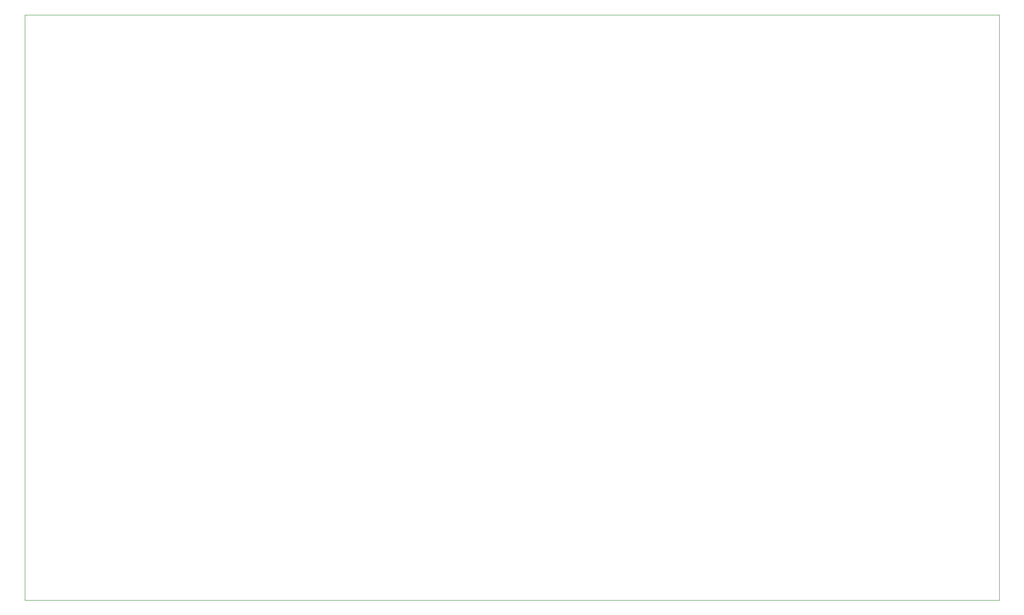
<source format=gm1>
G04 #@! TF.GenerationSoftware,KiCad,Pcbnew,7.0.9-7.0.9~ubuntu20.04.1*
G04 #@! TF.CreationDate,2023-12-17T18:48:26+01:00*
G04 #@! TF.ProjectId,linear_controller,6c696e65-6172-45f6-936f-6e74726f6c6c,1.0*
G04 #@! TF.SameCoordinates,Original*
G04 #@! TF.FileFunction,Profile,NP*
%FSLAX46Y46*%
G04 Gerber Fmt 4.6, Leading zero omitted, Abs format (unit mm)*
G04 Created by KiCad (PCBNEW 7.0.9-7.0.9~ubuntu20.04.1) date 2023-12-17 18:48:26*
%MOMM*%
%LPD*%
G01*
G04 APERTURE LIST*
G04 #@! TA.AperFunction,Profile*
%ADD10C,0.100000*%
G04 #@! TD*
G04 APERTURE END LIST*
D10*
X50000000Y-40000000D02*
X233000000Y-40000000D01*
X233000000Y-150000000D01*
X50000000Y-150000000D01*
X50000000Y-40000000D01*
M02*

</source>
